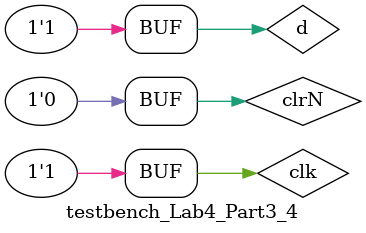
<source format=v>
`timescale 1ns / 1ps


module Lab4_Part3_4(
    input clk,
    input d,
    input clrN,
    output q,
    output qn
    );
    
    //reg clk,d;
    reg q;
    
    always @(posedge clk or negedge clrN)
    begin
        if(~clrN)
            begin
                q <= 0;
            end
        else
            begin
                q <= d;
            end
        
    end
        
    assign qn = ~q;
    
endmodule

module testbench_Lab4_Part3_4;
    reg clk, d, clrN;
    wire q, qn;
    
    Lab4_Part3_4 dut(clk, d, clrN, q, qn);
    initial begin
    d = 0;
    clk = 1;
    clrN = 1;
    #8
    d = 1;
    clk = 1;
    clrN = 1;
    #2
    d = 1;
    clk = 0;
    clrN = 1;
    #10
    d = 1;
    clk = 1;
    clrN = 1;
    #2
    d = 0;
    clk = 1;
    clrN = 1;
    #8
    d = 0;
    clk = 0;
    clrN = 1;
    #2
    d = 1;
    clk = 0;
    clrN = 1;
    #8
    d = 1;
    clk = 1;
    clrN = 1;
    #5
    d = 1;
    clk = 1;
    clrN = 0;
    #5
    d = 1;
    clk = 0;
    clrN = 0;
    #10
    d = 1;
    clk = 1;
    clrN = 0;
    #5
    d = 0;
    clk = 1;
    clrN = 0;
    #5
    d = 0;
    clk = 0;
    clrN = 0;
    #10
    d = 0;
    clk = 1;
    clrN = 0;
    #5
    d = 1;
    clk = 1;
    clrN = 0;
    #5
    d = 1;
    clk = 0;
    clrN = 0;
    #10
    d = 1;
    clk = 1;
    clrN = 0;
    end
endmodule
</source>
